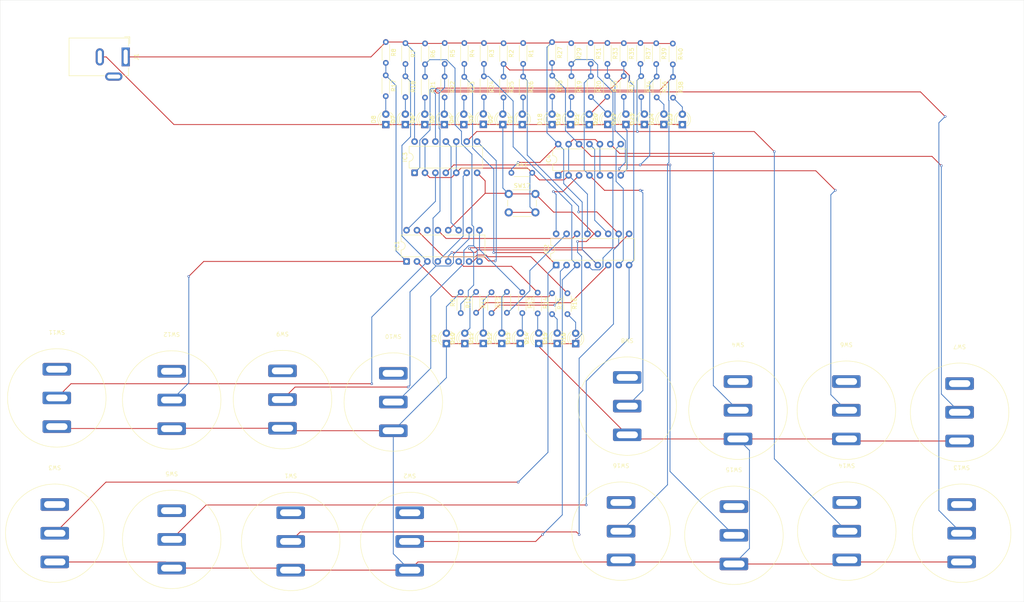
<source format=kicad_pcb>
(kicad_pcb (version 20241229) (generator "pcbnew") (generator_version "9.0")
  (layers (0 "F.Cu" signal) (2 "B.Cu" signal) (13 "F.Paste" user) (15 "B.Paste" user) (5 "F.SilkS" user "F.Silkscreen") (7 "B.SilkS" user "B.Silkscreen") (1 "F.Mask" user) (3 "B.Mask" user) (25 "Edge.Cuts" user))
  (net 0 "")
  (net 1 "Net-(D1-A)")
  (net 2 "GND")
  (net 3 "Net-(D2-A)")
  (net 4 "Net-(D3-A)")
  (net 5 "Net-(D4-A)")
  (net 6 "Net-(D5-A)")
  (net 7 "Net-(D6-A)")
  (net 8 "Net-(D7-A)")
  (net 9 "Net-(D8-A)")
  (net 10 "Net-(D9-A)")
  (net 11 "Net-(D10-A)")
  (net 12 "Net-(D11-A)")
  (net 13 "Net-(D12-A)")
  (net 14 "Net-(D13-A)")
  (net 15 "Net-(D14-A)")
  (net 16 "Net-(D15-A)")
  (net 17 "Net-(D16-A)")
  (net 18 "Net-(D18-A)")
  (net 19 "Net-(D19-A)")
  (net 20 "Net-(D20-A)")
  (net 21 "Net-(D21-A)")
  (net 22 "Net-(D22-A)")
  (net 23 "Net-(D23-A)")
  (net 24 "Net-(D24-A)")
  (net 25 "Net-(D25-A)")
  (net 26 "Net-(IC1-B3)")
  (net 27 "/A4")
  (net 28 "/VCC")
  (net 29 "Net-(IC1-B4)")
  (net 30 "/A7")
  (net 31 "Net-(IC1-B1)")
  (net 32 "/S7")
  (net 33 "/A5")
  (net 34 "Net-(IC1-B2)")
  (net 35 "/S4")
  (net 36 "Net-(IC1-C0)")
  (net 37 "/A6")
  (net 38 "/S6")
  (net 40 "/S5")
  (net 41 "/A2")
  (net 42 "/S2")
  (net 43 "/SUB")
  (net 44 "/A1")
  (net 45 "Net-(IC2-B4)")
  (net 46 "Net-(IC2-B1)")
  (net 47 "/S1")
  (net 48 "/S3")
  (net 49 "Net-(IC2-B2)")
  (net 50 "Net-(IC2-B3)")
  (net 51 "/S0")
  (net 52 "/A0")
  (net 53 "/A3")
  (net 54 "/B4")
  (net 55 "/B5")
  (net 56 "/B6")
  (net 57 "/B7")
  (net 58 "/B1")
  (net 59 "/B3")
  (net 60 "/B2")
  (net 61 "/B0")
  (footprint "LED_THT:LED_D3.0mm" (layer "F.Cu") (at 168.7552 46.8321 90)
    (property "Reference" "D22")
    (property "Value" "LED")
  )
  (footprint "LED_THT:LED_D3.0mm" (layer "F.Cu") (at 150.75 46.8534 90)
    (property "Reference" "D18")
    (property "Value" "LED")
  )
  (footprint "Resistor_THT:R_Axial_DIN0204_L3.6mm_D1.6mm_P5.08mm_Horizontal" (layer "F.Cu") (at 150.75 88 -90)
    (property "Reference" "R15")
    (property "Value" "1k")
  )
  (footprint "LED_THT:LED_D3.0mm" (layer "F.Cu") (at 164.3275 46.8197 90)
    (property "Reference" "D20")
    (property "Value" "LED")
  )
  (footprint "LED_THT:LED_D3.0mm" (layer "F.Cu") (at 182.5052 46.8721 90)
    (property "Reference" "D25")
    (property "Value" "LED")
  )
  (footprint "LED_THT:LED_D3.0mm" (layer "F.Cu") (at 178.0052 46.8321 90)
    (property "Reference" "D24")
    (property "Value" "LED")
  )
  (footprint "Connector_BarrelJack:BarrelJack_GCT_DCJ200-10-A_Horizontal" (layer "F.Cu") (at 46.85 30.35 -90)
    (property "Reference" "J1")
    (property "Value" "Barrel_Jack")
  )
  (footprint "Resistor_THT:R_Axial_DIN0204_L3.6mm_D1.6mm_P5.08mm_Horizontal" (layer "F.Cu") (at 180.2303 35.2228 -90)
    (property "Reference" "R38")
    (property "Value" "1k")
  )
  (footprint "Resistor_THT:R_Axial_DIN0204_L3.6mm_D1.6mm_P5.08mm_Horizontal" (layer "F.Cu") (at 129.3552 35.2134 -90)
    (property "Reference" "R23")
    (property "Value" "1k")
  )
  (footprint "Resistor_THT:R_Axial_DIN0204_L3.6mm_D1.6mm_P5.08mm_Horizontal" (layer "F.Cu") (at 143.5 87.75 -90)
    (property "Reference" "R13")
    (property "Value" "1k")
  )
  (footprint "LED_THT:LED_D3.0mm" (layer "F.Cu") (at 147.5 100.25 90)
    (property "Reference" "D14")
    (property "Value" "LED")
  )
  (footprint "Resistor_THT:R_Axial_DIN0204_L3.6mm_D1.6mm_P5.08mm_Horizontal" (layer "F.Cu") (at 143.7183 26.9736 -90)
    (property "Reference" "R1")
    (property "Value" "1k")
  )
  (footprint "my footprtn:LED SWITCH3pin" (layer "F.Cu") (at 196.0666 116.5244 180)
    (property "Reference" "SW4")
    (property "Value" "SW_SPDT")
  )
  (footprint "Package_DIP:DIP-14_W7.62mm" (layer "F.Cu") (at 117.25 58.62 90)
    (property "Reference" "IC3")
    (property "Value" "7486")
  )
  (footprint "LED_THT:LED_D3.0mm" (layer "F.Cu") (at 173.2552 46.8321 90)
    (property "Reference" "D23")
    (property "Value" "LED")
  )
  (footprint "LED_THT:LED_D3.0mm" (layer "F.Cu") (at 138.5 100.25 90)
    (property "Reference" "D12")
    (property "Value" "LED")
  )
  (footprint "Resistor_THT:R_Axial_DIN0204_L3.6mm_D1.6mm_P5.08mm_Horizontal" (layer "F.Cu") (at 138.9191 35.1734 -90)
    (property "Reference" "R25")
    (property "Value" "1k")
  )
  (footprint "Resistor_THT:R_Axial_DIN0204_L3.6mm_D1.6mm_P5.08mm_Horizontal" (layer "F.Cu") (at 176.1341 27.0146 -90)
    (property "Reference" "R39")
    (property "Value" "1k")
  )
  (footprint "LED_THT:LED_D3.0mm" (layer "F.Cu") (at 134.0042 46.8021 90)
    (property "Reference" "D3")
    (property "Value" "LED")
  )
  (footprint "Resistor_THT:R_Axial_DIN0204_L3.6mm_D1.6mm_P5.08mm_Horizontal" (layer "F.Cu") (at 138.9364 27.0136 -90)
    (property "Reference" "R2")
    (property "Value" "1k")
  )
  (footprint "my footprtn:LED SWITCH3pin" (layer "F.Cu") (at 222.4666 116.5244 180)
    (property "Reference" "SW6")
    (property "Value" "SW_SPDT")
  )
  (footprint "LED_THT:LED_D3.0mm" (layer "F.Cu") (at 138.7547 46.8405 90)
    (property "Reference" "D2")
    (property "Value" "LED")
  )
  (footprint "Resistor_THT:R_Axial_DIN0204_L3.6mm_D1.6mm_P5.08mm_Horizontal" (layer "F.Cu") (at 139.75 92.75 90)
    (property "Reference" "R12")
    (property "Value" "1k")
  )
  (footprint "my footprtn:LED SWITCH3pin" (layer "F.Cu") (at 250.0666 117.0244 180)
    (property "Reference" "SW7")
    (property "Value" "SW_SPDT")
  )
  (footprint "LED_THT:LED_D3.0mm" (layer "F.Cu") (at 143 100.25 90)
    (property "Reference" "D13")
    (property "Value" "LED")
  )
  (footprint "my footprtn:LED SWITCH3pin" (layer "F.Cu") (at 112.0666 114.5244 180)
    (property "Reference" "SW10")
    (property "Value" "SW_SPDT")
  )
  (footprint "Resistor_THT:R_Axial_DIN0204_L3.6mm_D1.6mm_P5.08mm_Horizontal" (layer "F.Cu") (at 124.5732 35.1334 -90)
    (property "Reference" "R22")
    (property "Value" "1k")
  )
  (footprint "my footprtn:LED SWITCH3pin" (layer "F.Cu") (at 29.5666 146.5244 180)
    (property "Reference" "SW3")
    (property "Value" "SW_SPDT")
  )
  (footprint "Resistor_THT:R_Axial_DIN0204_L3.6mm_D1.6mm_P5.08mm_Horizontal" (layer "F.Cu") (at 134.1371 35.0934 -90)
    (property "Reference" "R24")
    (property "Value" "1k")
  )
  (footprint "Resistor_THT:R_Axial_DIN0204_L3.6mm_D1.6mm_P5.08mm_Horizontal" (layer "F.Cu") (at 155.4803 35.0528 -90)
    (property "Reference" "R19")
    (property "Value" "1k")
  )
  (footprint "Resistor_THT:R_Axial_DIN0204_L3.6mm_D1.6mm_P5.08mm_Horizontal" (layer "F.Cu") (at 115.0266 27 -90)
    (property "Reference" "R7")
    (property "Value" "1k")
  )
  (footprint "my footprtn:LED SWITCH3pin" (layer "F.Cu") (at 85.0666 113.9244 180)
    (property "Reference" "SW9")
    (property "Value" "SW_SPDT")
  )
  (footprint "my footprtn:LED SWITCH3pin" (layer "F.Cu") (at 167.5666 146.0244 180)
    (property "Reference" "SW16")
    (property "Value" "SW_SPDT")
  )
  (footprint "LED_THT:LED_D3.0mm" (layer "F.Cu") (at 155.25 46.8534 90)
    (property "Reference" "D19")
    (property "Value" "LED")
  )
  (footprint "Resistor_THT:R_Axial_DIN0204_L3.6mm_D1.6mm_P5.08mm_Horizontal" (layer "F.Cu") (at 168.2303 35.0119 -90)
    (property "Reference" "R32")
    (property "Value" "1k")
  )
  (footprint "LED_THT:LED_D3.0mm" (layer "F.Cu") (at 156.5 100.29 90)
    (property "Reference" "D16")
    (property "Value" "LED")
  )
  (footprint "Resistor_THT:R_Axial_DIN0204_L3.6mm_D1.6mm_P5.08mm_Horizontal" (layer "F.Cu") (at 160.2303 35.0528 -90)
    (property "Reference" "R20")
    (property "Value" "1k")
  )
  (footprint "my footprtn:LED SWITCH3pin" (layer "F.Cu") (at 87.0666 148.5244 180)
    (property "Reference" "SW1")
    (property "Value" "SW_SPDT")
  )
  (footprint "my footprtn:LED SWITCH3pin" (layer "F.Cu") (at 195.0666 147.0244 180)
    (property "Reference" "SW15")
    (property "Value" "SW_SPDT")
  )
  (footprint "LED_THT:LED_D3.0mm" (layer "F.Cu") (at 143.5051 46.8534 90)
    (property "Reference" "D1")
    (property "Value" "LED")
  )
  (footprint "LED_THT:LED_D3.0mm" (layer "F.Cu") (at 125 100.27 90)
    (property "Reference" "D9")
    (property "Value" "LED")
  )
  (footprint "LED_THT:LED_D3.0mm" (layer "F.Cu") (at 129.2538 46.8534 90)
    (property "Reference" "D4")
    (property "Value" "LED")
  )
  (footprint "Button_Switch_THT:SW_PUSH_6mm" (layer "F.Cu") (at 140.19 63.77)
    (property "Reference" "SW17")
    (property "Value" "SW_Push")
  )
  (footprint "Resistor_THT:R_Axial_DIN0204_L3.6mm_D1.6mm_P5.08mm_Horizontal" (layer "F.Cu") (at 154.5 88 -90)
    (property "Reference" "R16")
    (property "Value" "1k")
  )
  (footprint "Package_DIP:DIP-16_W7.62mm" (layer "F.Cu") (at 151.75 81.12 90)
    (property "Reference" "IC2")
    (property "Value" "7483")
  )
  (footprint "Resistor_THT:R_Axial_DIN0204_L3.6mm_D1.6mm_P5.08mm_Horizontal" (layer "F.Cu") (at 176.2487 35.1386 -90)
    (property "Reference" "R36")
    (property "Value" "1k")
  )
  (footprint "Resistor_THT:R_Axial_DIN0204_L3.6mm_D1.6mm_P5.08mm_Horizontal" (layer "F.Cu") (at 164.203 35.0119 -90)
    (property "Reference" "R30")
    (property "Value" "1k")
  )
  (footprint "Resistor_THT:R_Axial_DIN0204_L3.6mm_D1.6mm_P5.08mm_Horizontal" (layer "F.Cu") (at 164.2421 26.9572 -90)
    (property "Reference" "R33")
    (property "Value" "1k")
  )
  (footprint "Resistor_THT:R_Axial_DIN0204_L3.6mm_D1.6mm_P5.08mm_Horizontal" (layer "F.Cu") (at 110.2447 26.7263 -90)
    (property "Reference" "R8")
    (property "Value" "1k")
  )
  (footprint "Resistor_THT:R_Axial_DIN0204_L3.6mm_D1.6mm_P5.08mm_Horizontal" (layer "F.Cu") (at 160.1789 26.9627 -90)
    (property "Reference" "R31")
    (property "Value" "1k")
  )
  (footprint "Resistor_THT:R_Axial_DIN0204_L3.6mm_D1.6mm_P5.08mm_Horizontal" (layer "F.Cu") (at 128.5 92.83 90)
    (property "Reference" "R9")
    (property "Value" "1k")
  )
  (footprint "LED_THT:LED_D3.0mm" (layer "F.Cu") (at 115.0024 46.8534 90)
    (property "Reference" "D7")
    (property "Value" "LED")
  )
  (footprint "my footprtn:LED SWITCH3pin" (layer "F.Cu") (at 250.5666 146.5244 180)
    (property "Reference" "SW13")
    (property "Value" "SW_SPDT")
  )
  (footprint "Resistor_THT:R_Axial_DIN0204_L3.6mm_D1.6mm_P5.08mm_Horizontal" (layer "F.Cu") (at 119.8086 27.0661 -90)
    (property "Reference" "R6")
    (property "Value" "1k")
  )
  (footprint "Resistor_THT:R_Axial_DIN0204_L3.6mm_D1.6mm_P5.08mm_Horizontal" (layer "F.Cu") (at 136 92.83 90)
    (property "Reference" "R11")
    (property "Value" "1k")
  )
  (footprint "Resistor_THT:R_Axial_DIN0204_L3.6mm_D1.6mm_P5.08mm_Horizontal" (layer "F.Cu") (at 143.701 35.1334 -90)
    (property "Reference" "R26")
    (property "Value" "1k")
  )
  (footprint "my footprtn:LED SWITCH3pin" (layer "F.Cu") (at 58.0666 114.0244 180)
    (property "Reference" "SW12")
    (property "Value" "SW_SPDT")
  )
  (footprint "LED_THT:LED_D3.0mm" (layer "F.Cu") (at 119.7529 46.8534 90)
    (property "Reference" "D6")
    (property "Value" "LED")
  )
  (footprint "Resistor_THT:R_Axial_DIN0204_L3.6mm_D1.6mm_P5.08mm_Horizontal" (layer "F.Cu") (at 119.7913 35.1859 -90)
    (property "Reference" "R21")
    (property "Value" "1k")
  )
  (footprint "Resistor_THT:R_Axial_DIN0204_L3.6mm_D1.6mm_P5.08mm_Horizontal" (layer "F.Cu") (at 115.0093 35.0798 -90)
    (property "Reference" "R18")
    (property "Value" "1k")
  )
  (footprint "Resistor_THT:R_Axial_DIN0204_L3.6mm_D1.6mm_P5.08mm_Horizontal" (layer "F.Cu") (at 168.2358 26.9993 -90)
    (property "Reference" "R35")
    (property "Value" "1k")
  )
  (footprint "my footprtn:LED SWITCH3pin" (layer "F.Cu") (at 30.0666 113.5244 180)
    (property "Reference" "SW11")
    (property "Value" "SW_SPDT")
  )
  (footprint "Resistor_THT:R_Axial_DIN0204_L3.6mm_D1.6mm_P5.08mm_Horizontal" (layer "F.Cu") (at 124.5905 26.9736 -90)
    (property "Reference" "R5")
    (property "Value" "1k")
  )
  (footprint "Resistor_THT:R_Axial_DIN0204_L3.6mm_D1.6mm_P5.08mm_Horizontal" (layer "F.Cu") (at 134.1544 26.9736 -90)
    (property "Reference" "R3")
    (property "Value" "1k")
  )
  (footprint "LED_THT:LED_D3.0mm" (layer "F.Cu") (at 129.5 100.27 90)
    (property "Reference" "D10")
    (property "Value" "LED")
  )
  (footprint "Resistor_THT:R_Axial_DIN0204_L3.6mm_D1.6mm_P5.08mm_Horizontal" (layer "F.Cu") (at 180.1789 27.0927 -90)
    (property "Reference" "R40")
    (property "Value" "1k")
  )
  (footprint "my footprtn:LED SWITCH3pin" (layer "F.Cu") (at 116.0666 148.5244 180)
    (property "Reference" "SW2")
    (property "Value" "SW_SPDT")
  )
  (footprint "Resistor_THT:R_Axial_DIN0204_L3.6mm_D1.6mm_P5.08mm_Horizontal" (layer "F.Cu") (at 140.84 58.62)
    (property "Reference" "R41")
    (property "Value" "R")
  )
  (footprint "my footprtn:LED SWITCH3pin" (layer "F.Cu") (at 169.0666 115.5244 180)
    (property "Reference" "SW8")
    (property "Value" "SW_SPDT")
  )
  (footprint "Package_DIP:DIP-14_W7.62mm" (layer "F.Cu") (at 152.25 59.24 90)
    (property "Reference" "IC4")
    (property "Value" "7486")
  )
  (footprint "Resistor_THT:R_Axial_DIN0204_L3.6mm_D1.6mm_P5.08mm_Horizontal" (layer "F.Cu") (at 150.75 26.75 -90)
    (property "Reference" "R27")
    (property "Value" "1k")
  )
  (footprint "Resistor_THT:R_Axial_DIN0204_L3.6mm_D1.6mm_P5.08mm_Horizontal" (layer "F.Cu") (at 172.2956 26.9708 -90)
    (property "Reference" "R37")
    (property "Value" "1k")
  )
  (footprint "LED_THT:LED_D3.0mm" (layer "F.Cu") (at 110.252 46.8534 90)
    (property "Reference" "D8")
    (property "Value" "LED")
  )
  (footprint "Resistor_THT:R_Axial_DIN0204_L3.6mm_D1.6mm_P5.08mm_Horizontal" (layer "F.Cu") (at 172.4803 35.0528 -90)
    (property "Reference" "R34")
    (property "Value" "1k")
  )
  (footprint "LED_THT:LED_D3.0mm" (layer "F.Cu") (at 134 100.25 90)
    (property "Reference" "D11")
    (property "Value" "LED")
  )
  (footprint "my footprtn:LED SWITCH3pin" (layer "F.Cu") (at 58.0666 148.0244 180)
    (property "Reference" "SW5")
    (property "Value" "SW_SPDT")
  )
  (footprint "LED_THT:LED_D3.0mm" (layer "F.Cu") (at 124.5033 46.8534 90)
    (property "Reference" "D5")
    (property "Value" "LED")
  )
  (footprint "Resistor_THT:R_Axial_DIN0204_L3.6mm_D1.6mm_P5.08mm_Horizontal" (layer "F.Cu") (at 132.25 92.75 90)
    (property "Reference" "R10")
    (property "Value" "1k")
  )
  (footprint "Package_DIP:DIP-16_W7.62mm" (layer "F.Cu") (at 115.29 80.24 90)
    (property "Reference" "IC1")
    (property "Value" "7483")
  )
  (footprint "Resistor_THT:R_Axial_DIN0204_L3.6mm_D1.6mm_P5.08mm_Horizontal" (layer "F.Cu") (at 155.4289 27.0027 -90)
    (property "Reference" "R29")
    (property "Value" "1k")
  )
  (footprint "LED_THT:LED_D3.0mm" (layer "F.Cu") (at 159.7947 46.8737 90)
    (property "Reference" "D21")
    (property "Value" "LED")
  )
  (footprint "Resistor_THT:R_Axial_DIN0204_L3.6mm_D1.6mm_P5.08mm_Horizontal" (layer "F.Cu") (at 110.2273 34.8461 -90)
    (property "Reference" "R17")
    (property "Value" "1k")
  )
  (footprint "Resistor_THT:R_Axial_DIN0204_L3.6mm_D1.6mm_P5.08mm_Horizontal" (layer "F.Cu") (at 150.8013 34.9422 -90)
    (property "Reference" "R28")
    (property "Value" "1k")
  )
  (footprint "Resistor_THT:R_Axial_DIN0204_L3.6mm_D1.6mm_P5.08mm_Horizontal" (layer "F.Cu") (at 129.3725 26.9736 -90)
    (property "Reference" "R4")
    (property "Value" "1k")
  )
  (footprint "LED_THT:LED_D3.0mm" (layer "F.Cu") (at 152 100.25 90)
    (property "Reference" "D15")
    (property "Value" "LED")
  )
  (footprint "Resistor_THT:R_Axial_DIN0204_L3.6mm_D1.6mm_P5.08mm_Horizontal" (layer "F.Cu") (at 147.25 87.83 -90)
    (property "Reference" "R14")
    (property "Value" "1k")
  )
  (footprint "my footprtn:LED SWITCH3pin" (layer "F.Cu") (at 222.5666 146.0244 180)
    (property "Reference" "SW14")
    (property "Value" "SW_SPDT")
  )
  (gr_rect (start 16.25 16.5) (end 265.75 163.25) (stroke (width 0.05)) (fill no) (layer "Edge.Cuts"))
  (segment (start 143.701 44.1175) (end 143.701 40.2134) (width 0.2) (layer "B.Cu") (net 1))
  (segment (start 143.5051 44.3134) (end 143.701 44.1175) (width 0.2) (layer "B.Cu") (net 1))
  (segment (start 134.0042 46.8021) (end 130.5068 46.8021) (width 0.2) (layer "F.Cu") (net 2))
  (segment (start 118.0666 153.5244) (end 116.0666 155.5244) (width 0.2) (layer "F.Cu") (net 2))
  (segment (start 134.6051 46.8021) (end 135.2059 46.8021) (width 0.2) (layer "F.Cu") (net 2))
  (segment (start 29.5666 153.5244) (end 56.5666 153.5244) (width 0.2) (layer "F.Cu") (net 2))
  (segment (start 167.5666 153.5244) (end 194.5666 153.5244) (width 0.2) (layer "F.Cu") (net 2))
  (segment (start 151.1333 68.2133) (end 155.7264 68.2133) (width 0.2) (layer "F.Cu") (net 2))
  (segment (start 156.5 100.29) (end 153.2417 100.29) (width 0.2) (layer "F.Cu") (net 2))
  (segment (start 250.5666 153.5244) (end 223.0666 153.5244) (width 0.2) (layer "F.Cu") (net 2))
  (segment (start 30.5166 120.9744) (end 30.0666 120.5244) (width 0.2) (layer "F.Cu") (net 2))
  (segment (start 56.5666 153.5244) (end 58.0666 155.0244) (width 0.2) (layer "F.Cu") (net 2))
  (segment (start 138.7547 46.8405) (end 135.2443 46.8405) (width 0.2) (layer "F.Cu") (net 2))
  (segment (start 178.0052 46.8321) (end 181.2635 46.8321) (width 0.2) (layer "F.Cu") (net 2))
  (segment (start 161.7172 73.5) (end 161.7723 73.5) (width 0.2) (layer "F.Cu") (net 2))
  (segment (start 155.25 46.8534) (end 156.4517 46.8534) (width 0.2) (layer "F.Cu") (net 2))
  (segment (start 167.5666 153.5244) (end 118.0666 153.5244) (width 0.2) (layer "F.Cu") (net 2))
  (segment (start 140.19 63.77) (end 146.69 63.77) (width 0.2) (layer "F.Cu") (net 2))
  (segment (start 125 100.27) (end 129.5 100.27) (width 0.2) (layer "F.Cu") (net 2))
  (segment (start 161.7723 73.5) (end 161.8136 73.5) (width 0.2) (layer "F.Cu") (net 2))
  (segment (start 163.1258 46.8197) (end 163.0718 46.8737) (width 0.2) (layer "F.Cu") (net 2))
  (segment (start 134.454 63.616) (end 140.036 63.616) (width 0.2) (layer "F.Cu") (net 2))
  (segment (start 169.0666 122.5244) (end 147.5 100.9578) (width 0.2) (layer "F.Cu") (net 2))
  (segment (start 143.5051 46.8534) (end 139.9693 46.8534) (width 0.2) (layer "F.Cu") (net 2))
  (segment (start 182.5052 46.8721) (end 181.3035 46.8721) (width 0.2) (layer "F.Cu") (net 2))
  (segment (start 40.55 30.35) (end 42.1067 30.35) (width 0.2) (layer "F.Cu") (net 2))
  (segment (start 129.2538 46.8534) (end 124.5033 46.8534) (width 0.2) (layer "F.Cu") (net 2))
  (segment (start 168.7552 46.8321) (end 169.9569 46.8321) (width 0.2) (layer "F.Cu") (net 2))
  (segment (start 165.5416 46.8321) (end 165.5292 46.8197) (width 0.2) (layer "F.Cu") (net 2))
  (segment (start 58.0666 120.9744) (end 30.5166 120.9744) (width 0.2) (layer "F.Cu") (net 2))
  (segment (start 161.7172 73.5) (end 161.3652 73.852) (width 0.2) (layer "F.Cu") (net 2))
  (segment (start 161.8136 73.5) (end 161.91 73.5) (width 0.2) (layer "F.Cu") (net 2))
  (segment (start 125.45 72.62) (end 134.454 63.616) (width 0.2) (layer "F.Cu") (net 2))
  (segment (start 167.5666 153.0244) (end 167.5666 153.5244) (width 0.2) (layer "F.Cu") (net 2))
  (segment (start 170.0666 123.5244) (end 169.0666 122.5244) (width 0.2) (layer "F.Cu") (net 2))
  (segment (start 223.0666 153.5244) (end 222.5666 153.0244) (width 0.2) (layer "F.Cu") (net 2))
  (segment (start 164.3275 46.8197) (end 165.5292 46.8197) (width 0.2) (layer "F.Cu") (net 2))
  (segment (start 161.0067 73.4935) (end 159.1226 75.3776) (width 0.2) (layer "F.Cu") (net 2))
  (segment (start 221.5666 154.0244) (end 222.5666 153.0244) (width 0.2) (layer "F.Cu") (net 2))
  (segment (start 161.0067 73.4935) (end 161.3652 73.852) (width 0.2) (layer "F.Cu") (net 2))
  (segment (start 139.3556 46.8405) (end 138.7547 46.8405) (width 0.2) (layer "F.Cu") (net 2))
  (segment (start 140.036 63.616) (end 140.19 63.77) (width 0.2) (layer "F.Cu") (net 2))
  (segment (start 119.7529 46.8534) (end 115.0024 46.8534) (width 0.2) (layer "F.Cu") (net 2))
  (segment (start 85.6666 121.5244) (end 85.0666 120.9244) (width 0.2) (layer "F.Cu") (net 2))
  (segment (start 173.2552 46.8321) (end 178.0052 46.8321) (width 0.2) (layer "F.Cu") (net 2))
  (segment (start 134.6051 46.8021) (end 134.0042 46.8021) (width 0.2) (layer "F.Cu") (net 2))
  (segment (start 172.0535 46.8321) (end 169.9569 46.8321) (width 0.2) (layer "F.Cu") (net 2))
  (segment (start 129.2538 46.8534) (end 130.4555 46.8534) (width 0.2) (layer "F.Cu") (net 2))
  (segment (start 168.7552 46.8321) (end 165.5416 46.8321) (width 0.2) (layer "F.Cu") (net 2))
  (segment (start 153.2417 100.29) (end 153.2017 100.25) (width 0.2) (layer "F.Cu") (net 2))
  (segment (start 58.0666 120.9744) (end 58.0666 121.0244) (width 0.2) (layer "F.Cu") (net 2))
  (segment (start 129.5 100.27) (end 132.7783 100.27) (width 0.2) (layer "F.Cu") (net 2))
  (segment (start 163.0718 46.8737) (end 159.7947 46.8737) (width 0.2) (layer "F.Cu") (net 2))
  (segment (start 139.3556 46.8405) (end 139.9564 46.8405) (width 0.2) (layer "F.Cu") (net 2))
  (segment (start 146.69 63.77) (end 151.1333 68.2133) (width 0.2) (layer "F.Cu") (net 2))
  (segment (start 85.0666 120.9244) (end 58.1166 120.9244) (width 0.2) (layer "F.Cu") (net 2))
  (segment (start 58.0666 155.0244) (end 86.5666 155.0244) (width 0.2) (layer "F.Cu") (net 2))
  (segment (start 152 100.25) (end 147.5 100.25) (width 0.2) (layer "F.Cu") (net 2))
  (segment (start 155.25 46.8534) (end 150.75 46.8534) (width 0.2) (layer "F.Cu") (net 2))
  (segment (start 134 100.25) (end 138.5 100.25) (width 0.2) (layer "F.Cu") (net 2))
  (segment (start 164.3275 46.8197) (end 163.1258 46.8197) (width 0.2) (layer "F.Cu") (net 2))
  (segment (start 147.5 100.9578) (end 147.5 100.25) (width 0.2) (layer "F.Cu") (net 2))
  (segment (start 196.0666 123.5244) (end 170.0666 123.5244) (width 0.2) (layer "F.Cu") (net 2))
  (segment (start 181.2635 46.8321) (end 181.3035 46.8721) (width 0.2) (layer "F.Cu") (net 2))
  (segment (start 58.6101 46.8534) (end 110.252 46.8534) (width 0.2) (layer "F.Cu") (net 2))
  (segment (start 112.0666 121.5244) (end 85.6666 121.5244) (width 0.2) (layer "F.Cu") (net 2))
  (segment (start 152 100.25) (end 153.2017 100.25) (width 0.2) (layer "F.Cu") (net 2))
  (segment (start 132.7783 100.27) (end 132.7983 100.25) (width 0.2) (layer "F.Cu") (net 2))
  (segment (start 139.9693 46.8534) (end 139.9564 46.8405) (width 0.2) (layer "F.Cu") (net 2))
  (segment (start 222.9666 124.0244) (end 222.4666 123.5244) (width 0.2) (layer "F.Cu") (net 2))
  (segment (start 222.4666 123.5244) (end 196.0666 123.5244) (width 0.2) (layer "F.Cu") (net 2))
  (segment (start 159.1226 75.3776) (end 156.9715 75.3776) (width 0.2) (layer "F.Cu") (net 2))
  (segment (start 58.1166 120.9244) (end 58.0666 120.9744) (width 0.2) (layer "F.Cu") (net 2))
  (segment (start 138.5 100.25) (end 143 100.25) (width 0.2) (layer "F.Cu") (net 2))
  (segment (start 150.75 46.8534) (end 143.5051 46.8534) (width 0.2) (layer "F.Cu") (net 2))
  (segment (start 195.0666 154.0244) (end 221.5666 154.0244) (width 0.2) (layer "F.Cu") (net 2))
  (segment (start 130.5068 46.8021) (end 130.4555 46.8534) (width 0.2) (layer "F.Cu") (net 2))
  (segment (start 135.2443 46.8405) (end 135.2059 46.8021) (width 0.2) (layer "F.Cu") (net 2))
  (segment (start 159.7947 46.8737) (end 156.472 46.8737) (width 0.2) (layer "F.Cu") (net 2))
  (segment (start 156.472 46.8737) (end 156.4517 46.8534) (width 0.2) (layer "F.Cu") (net 2))
  (segment (start 86.5666 155.0244) (end 87.0666 155.5244) (width 0.2) (layer "F.Cu") (net 2))
  (segment (start 194.5666 153.5244) (end 195.0666 154.0244) (width 0.2) (layer "F.Cu") (net 2))
  (segment (start 250.0666 124.0244) (end 222.9666 124.0244) (width 0.2) (layer "F.Cu") (net 2))
  (segment (start 42.1067 30.35) (end 58.6101 46.8534) (width 0.2) (layer "F.Cu") (net 2))
  (segment (start 134 100.25) (end 132.7983 100.25) (width 0.2) (layer "F.Cu") (net 2))
  (segment (start 124.5033 46.8534) (end 119.7529 46.8534) (width 0.2) (layer "F.Cu") (net 2))
  (segment (start 155.7264 68.2133) (end 161.0067 73.4935) (width 0.2) (layer "F.Cu") (net 2))
  (segment (start 172.6544 46.8321) (end 172.0535 46.8321) (width 0.2) (layer "F.Cu") (net 2))
  (segment (start 110.252 46.8534) (end 115.0024 46.8534) (width 0.2) (layer "F.Cu") (net 2))
  (segment (start 87.0666 155.5244) (end 116.0666 155.5244) (width 0.2) (layer "F.Cu") (net 2))
  (segment (start 132.49 58.62) (end 134.454 60.584) (width 0.2) (layer "F.Cu") (net 2))
  (segment (start 172.6544 46.8321) (end 173.2552 46.8321) (width 0.2) (layer "F.Cu") (net 2))
  (segment (start 134.454 60.584) (end 134.454 63.616) (width 0.2) (layer "F.Cu") (net 2))
  (via (at 156.9715 75.3776) (size 0.6) (drill 0.3) (layers "F.Cu" "B.Cu") (net 2))
  (segment (start 156.9715 78.0263) (end 157.9699 79.0247) (width 0.2) (layer "B.Cu") (net 2))
  (segment (start 156.5 100.29) (end 156.5 99.0883) (width 0.2) (layer "B.Cu") (net 2))
  (segment (start 157.9699 79.0247) (end 157.9699 97.9939) (width 0.2) (layer "B.Cu") (net 2))
  (segment (start 167.49 59.24) (end 169.0392 57.6908) (width 0.2) (layer "B.Cu") (net 2))
  (segment (start 112.0666 151.5244) (end 112.0666 121.5244) (width 0.2) (layer "B.Cu") (net 2))
  (segment (start 198.8469 150.2441) (end 198.8469 126.3047) (width 0.2) (layer "B.Cu") (net 2))
  (segment (start 140.19 63.77) (end 138.7547 62.3347) (width 0.2) (layer "B.Cu") (net 2))
  (segment (start 169.0392 48.3178) (end 168.7552 48.0338) (width 0.2) (layer "B.Cu") (net 2))
  (segment (start 198.8469 126.3047) (end 196.0666 123.5244) (width 0.2) (layer "B.Cu") (net 2))
  (segment (start 112.0666 121.5244) (end 125 108.591) (width 0.2) (layer "B.Cu") (net 2))
  (segment (start 138.7547 62.3347) (end 138.7547 48.0422) (width 0.2) (layer "B.Cu") (net 2))
  (segment (start 168.7552 46.8321) (end 168.7552 48.0338) (width 0.2) (layer "B.Cu") (net 2))
  (segment (start 138.7547 46.8405) (end 138.7547 48.0422) (width 0.2) (layer "B.Cu") (net 2))
  (segment (start 195.0666 154.0244) (end 198.8469 150.2441) (width 0.2) (layer "B.Cu") (net 2))
  (segment (start 125 108.591) (end 125 100.27) (width 0.2) (layer "B.Cu") (net 2))
  (segment (start 116.0666 155.5244) (end 112.0666 151.5244) (width 0.2) (layer "B.Cu") (net 2))
  (segment (start 156.8755 99.0883) (end 156.5 99.0883) (width 0.2) (layer "B.Cu") (net 2))
  (segment (start 156.9715 75.3776) (end 156.9715 78.0263) (width 0.2) (layer "B.Cu") (net 2))
  (segment (start 157.9699 97.9939) (end 156.8755 99.0883) (width 0.2) (layer "B.Cu") (net 2))
  (segment (start 169.0392 57.6908) (end 169.0392 48.3178) (width 0.2) (layer "B.Cu") (net 2))
  (segment (start 138.9191 44.1361) (end 138.9191 40.2534) (width 0.2) (layer "B.Cu") (net 3))
  (segment (start 138.7547 44.3005) (end 138.9191 44.1361) (width 0.2) (layer "B.Cu") (net 3))
  (segment (start 134.1371 44.1292) (end 134.1371 40.1734) (width 0.2) (layer "B.Cu") (net 4))
  (segment (start 134.0042 44.2621) (end 134.1371 44.1292) (width 0.2) (layer "B.Cu") (net 4))
  (segment (start 129.2538 40.3948) (end 129.2538 44.3134) (width 0.2) (layer "B.Cu") (net 5))
  (segment (start 129.3552 40.2934) (end 129.2538 40.3948) (width 0.2) (layer "B.Cu") (net 5))
  (segment (start 124.5033 44.3134) (end 124.5732 44.2435) (width 0.2) (layer "B.Cu") (net 6))
  (segment (start 124.5732 44.2435) (end 124.5732 40.2134) (width 0.2) (layer "B.Cu") (net 6))
  (segment (start 119.7529 40.3043) (end 119.7529 44.3134) (width 0.2) (layer "B.Cu") (net 7))
  (segment (start 119.7913 40.2659) (end 119.7529 40.3043) (width 0.2) (layer "B.Cu") (net 7))
  (segment (start 115.0024 44.3134) (end 115.0093 44.3065) (width 0.2) (layer "B.Cu") (net 8))
  (segment (start 115.0093 44.3065) (end 115.0093 40.1598) (width 0.2) (layer "B.Cu") (net 8))
  (segment (start 110.2273 44.2887) (end 110.2273 39.9261) (width 0.2) (layer "B.Cu") (net 9))
  (segment (start 110.252 44.3134) (end 110.2273 44.2887) (width 0.2) (layer "B.Cu") (net 9))
  (segment (start 125 91.25) (end 128.5 87.75) (width 0.2) (layer "B.Cu") (net 10))
  (segment (start 125 97.73) (end 125 91.25) (width 0.2) (layer "B.Cu") (net 10))
  (segment (start 129.5 97.73) (end 130.7367 96.4933) (width 0.2) (layer "B.Cu") (net 11))
  (segment (start 130.7367 96.4933) (end 130.7367 89.1833) (width 0.2) (layer "B.Cu") (net 11))
  (segment (start 130.7367 89.1833) (end 132.25 87.67) (width 0.2) (layer "B.Cu") (net 11))
  (segment (start 134 89.75) (end 136 87.75) (width 0.2) (layer "B.Cu") (net 12))
  (segment (start 134 97.71) (end 134 89.75) (width 0.2) (layer "B.Cu") (net 12))
  (segment (start 138.5 97.71) (end 138.5 88.92) (width 0.2) (layer "B.Cu") (net 13))
  (segment (start 138.5 88.92) (end 139.75 87.67) (width 0.2) (layer "B.Cu") (net 13))
  (segment (start 143.5 97.21) (end 143.5 92.83) (width 0.2) (layer "B.Cu") (net 14))
  (segment (start 143 97.71) (end 143.5 97.21) (width 0.2) (layer "B.Cu") (net 14))
  (segment (start 147.25 92.91) (end 147.25 97.46) (width 0.2) (layer "B.Cu") (net 15))
  (segment (start 147.25 97.46) (end 147.5 97.71) (width 0.2) (layer "B.Cu") (net 15))
  (segment (start 152 94.33) (end 152 97.71) (width 0.2) (layer "B.Cu") (net 16))
  (segment (start 150.75 93.08) (end 152 94.33) (width 0.2) (layer "B.Cu") (net 16))
  (segment (start 154.5 93.08) (end 156.5 95.08) (width 0.2) (layer "B.Cu") (net 17))
  (segment (start 156.5 95.08) (end 156.5 97.75) (width 0.2) (layer "B.Cu") (net 17))
  (segment (start 150.8013 44.2621) (end 150.8013 40.0222) (width 0.2) (layer "B.Cu") (net 18))
  (segment (start 150.75 44.3134) (end 150.8013 44.2621) (width 0.2) (layer "B.Cu") (net 18))
  (segment (start 155.25 40.3631) (end 155.25 44.3134) (width 0.2) (layer "B.Cu") (net 19))
  (segment (start 155.4803 40.1328) (end 155.25 40.3631) (width 0.2) (layer "B.Cu") (net 19))
  (segment (start 160.2303 40.1328) (end 164.3275 44.23) (width 0.2) (layer "B.Cu") (net 20))
  (segment (start 164.3275 44.23) (end 164.3275 44.2797) (width 0.2) (layer "B.Cu") (net 20))
  (segment (start 159.7947 44.3337) (end 159.9612 44.3337) (width 0.2) (layer "F.Cu") (net 21))
  (segment (start 159.9612 44.3337) (end 164.203 40.0919) (width 0.2) (layer "F.Cu") (net 21))
  (segment (start 168.2303 43.7672) (end 168.2303 40.0919) (width 0.2) (layer "B.Cu") (net 22))
  (segment (start 168.7552 44.2921) (end 168.2303 43.7672) (width 0.2) (layer "B.Cu") (net 22))
  (segment (start 172.4803 40.1328) (end 172.4803 43.5172) (width 0.2) (layer "B.Cu") (net 23))
  (segment (start 172.4803 43.5172) (end 173.2552 44.2921) (width 0.2) (layer "B.Cu") (net 23))
  (segment (start 178.0052 44.2921) (end 178.0052 41.9751) (width 0.2) (layer "B.Cu") (net 24))
  (segment (start 178.0052 41.9751) (end 176.2487 40.2186) (width 0.2) (layer "B.Cu") (net 24))
  (segment (start 182.5052 44.3321) (end 182.5052 42.5777) (width 0.2) (layer "B.Cu") (net 25))
  (segment (start 182.5052 42.5777) (end 180.2303 40.3028) (width 0.2) (layer "B.Cu") (net 25))
  (segment (start 129.0917 59.4783) (end 129.0917 74.0583) (width 0.2) (layer "B.Cu") (net 26))
  (segment (start 129.95 58.62) (end 129.0917 59.4783) (width 0.2) (layer "B.Cu") (net 26))
  (segment (start 129.0917 74.0583) (end 122.91 80.24) (width 0.2) (layer "B.Cu") (net 26))
  (segment (start 88.1247 110.8663) (end 85.0666 113.9244) (width 0.2) (layer "F.Cu") (net 27))
  (segment (start 115.6996 110.8663) (end 88.1247 110.8663) (width 0.2) (layer "F.Cu") (net 27))
  (via (at 115.6996 110.8663) (size 0.6) (drill 0.3) (layers "F.Cu" "B.Cu") (net 27))
  (segment (start 125.9191 81.3445) (end 126.7185 80.5451) (width 0.2) (layer "B.Cu") (net 27))
  (segment (start 121.757 80.6468) (end 121.757 69.6656) (width 0.2) (layer "B.Cu") (net 27))
  (segment (start 123.2475 47.8243) (end 123.2475 39.1364) (width 0.2) (layer "B.Cu") (net 27))
  (segment (start 126.7185 78.5477) (end 130.53 74.7362) (width 0.2) (layer "B.Cu") (net 27))
  (segment (start 123.4429 48.0197) (end 123.2475 47.8243) (width 0.2) (layer "B.Cu") (net 27))
  (segment (start 115.6996 110.8663) (end 116.1352 110.4307) (width 0.2) (layer "B.Cu") (net 27))
  (segment (start 122.4547 81.3445) (end 125.9191 81.3445) (width 0.2) (layer "B.Cu") (net 27))
  (segment (start 123.2475 39.1364) (end 124.5732 37.8107) (width 0.2) (layer "B.Cu") (net 27))
  (segment (start 124.5905 35.1161) (end 124.5732 35.1334) (width 0.2) (layer "B.Cu") (net 27))
  (segment (start 124.5732 37.8107) (end 124.5732 35.1334) (width 0.2) (layer "B.Cu") (net 27))
  (segment (start 121.757 69.6656) (end 123.4429 67.9797) (width 0.2) (layer "B.Cu") (net 27))
  (segment (start 126.7185 80.5451) (end 126.7185 78.5477) (width 0.2) (layer "B.Cu") (net 27))
  (segment (start 124.5905 32.0536) (end 124.5905 35.1161) (width 0.2) (layer "B.Cu") (net 27))
  (segment (start 116.1352 87.664) (end 122.4547 81.3445) (width 0.2) (layer "B.Cu") (net 27))
  (segment (start 116.1352 110.4307) (end 116.1352 87.664) (width 0.2) (layer "B.Cu") (net 27))
  (segment (start 130.53 74.7362) (end 130.53 72.62) (width 0.2) (layer "B.Cu") (net 27))
  (segment (start 122.4547 81.3445) (end 121.757 80.6468) (width 0.2) (layer "B.Cu") (net 27))
  (segment (start 123.4429 67.9797) (end 123.4429 48.0197) (width 0.2) (layer "B.Cu") (net 27))
  (segment (start 155.4689 26.9627) (end 155.4289 27.0027) (width 0.2) (layer "F.Cu") (net 28))
  (segment (start 164.2421 26.9572) (end 164.2366 26.9627) (width 0.2) (layer "F.Cu") (net 28))
  (segment (start 132.0655 78.0361) (end 132.6773 77.4243) (width 0.2) (layer "F.Cu") (net 28))
  (segment (start 180.1789 27.0927) (end 176.2122 27.0927) (width 0.2) (layer "F.Cu") (net 28))
  (segment (start 176.2122 27.0927) (end 176.1341 27.0146) (width 0.2) (layer "F.Cu") (net 28))
  (segment (start 155.1762 26.75) (end 155.4289 27.0027) (width 0.2) (layer "F.Cu") (net 28))
  (segment (start 114.7529 26.7263) (end 115.0266 27) (width 0.2) (layer "F.Cu") (net 28))
  (segment (start 168.1937 26.9572) (end 164.2421 26.9572) (width 0.2) (layer "F.Cu") (net 28))
  (segment (start 134.1544 26.9736) (end 129.3725 26.9736) (width 0.2) (layer "F.Cu") (net 28))
  (segment (start 106.621 30.35) (end 110.2447 26.7263) (width 0.2) (layer "F.Cu") (net 28))
  (segment (start 164.2366 26.9627) (end 160.1789 26.9627) (width 0.2) (layer "F.Cu") (net 28))
  (segment (start 168.2643 26.9708) (end 168.2358 26.9993) (width 0.2) (layer "F.Cu") (net 28))
  (segment (start 126.3792 78.0361) (end 132.0655 78.0361) (width 0.2) (layer "F.Cu") (net 28))
  (segment (start 150.5264 26.9736) (end 150.75 26.75) (width 0.2) (layer "F.Cu") (net 28))
  (segment (start 110.2447 26.7263) (end 114.7529 26.7263) (width 0.2) (layer "F.Cu") (net 28))
  (segment (start 143.6783 27.0136) (end 138.9364 27.0136) (width 0.2) (layer "F.Cu") (net 28))
  (segment (start 158.2143 77.4243) (end 161.91 81.12) (width 0.2) (layer "F.Cu") (net 28))
  (segment (start 176.0903 26.9708) (end 172.2956 26.9708) (width 0.2) (layer "F.Cu") (net 28))
  (segment (start 143.7183 26.9736) (end 143.6783 27.0136) (width 0.2) (layer "F.Cu") (net 28))
  (segment (start 46.85 30.35) (end 106.621 30.35) (width 0.2) (layer "F.Cu") (net 28))
  (segment (start 119.8086 27.0661) (end 124.498 27.0661) (width 0.2) (layer "F.Cu") (net 28))
  (segment (start 176.1341 27.0146) (end 176.0903 26.9708) (width 0.2) (layer "F.Cu") (net 28))
  (segment (start 160.1789 26.9627) (end 155.4689 26.9627) (width 0.2) (layer "F.Cu") (net 28))
  (segment (start 115.0927 27.0661) (end 115.0266 27) (width 0.2) (layer "F.Cu") (net 28))
  (segment (start 119.8086 27.0661) (end 115.0927 27.0661) (width 0.2) (layer "F.Cu") (net 28))
  (segment (start 143.7183 26.9736) (end 150.5264 26.9736) (width 0.2) (layer "F.Cu") (net 28))
  (segment (start 124.498 27.0661) (end 124.5905 26.9736) (width 0.2) (layer "F.Cu") (net 28))
  (segment (start 132.6773 77.4243) (end 158.2143 77.4243) (width 0.2) (layer "F.Cu") (net 28))
  (segment (start 168.2358 26.9993) (end 168.1937 26.9572) (width 0.2) (layer "F.Cu") (net 28))
  (segment (start 142.4898 56.0857) (end 147.7843 56.0857) (width 0.2) (layer "F.Cu") (net 28))
  (segment (start 124.5905 26.9736) (end 129.3725 26.9736) (width 0.2) (layer "F.Cu") (net 28))
  (segment (start 147.7843 56.0857) (end 152.25 51.62) (width 0.2) (layer "F.Cu") (net 28))
  (segment (start 150.75 26.75) (end 155.1762 26.75) (width 0.2) (layer "F.Cu") (net 28))
  (segment (start 134.1944 27.0136) (end 134.1544 26.9736) (width 0.2) (layer "F.Cu") (net 28))
  (segment (start 172.2956 26.9708) (end 168.2643 26.9708) (width 0.2) (layer "F.Cu") (net 28))
  (segment (start 138.9364 27.0136) (end 134.1944 27.0136) (width 0.2) (layer "F.Cu") (net 28))
  (via (at 142.4898 56.0857) (size 0.6) (drill 0.3) (layers "F.Cu" "B.Cu") (net 28))
  (via (at 126.3792 78.0361) (size 0.6) (drill 0.3) (layers "F.Cu" "B.Cu") (net 28))
  (segment (start 140.84 58.62) (end 140.84 57.7355) (width 0.2) (layer "B.Cu") (net 28))
  (segment (start 125.45 80.24) (end 125.45 78.9653) (width 0.2) (layer "B.Cu") (net 28))
  (segment (start 117.25 51) (end 117.25 29.2234) (width 0.2) (layer "B.Cu") (net 28))
  (segment (start 149.5174 27.9826) (end 150.75 26.75) (width 0.2) (layer "B.Cu") (net 28))
  (segment (start 117.25 29.2234) (end 115.0266 27) (width 0.2) (layer "B.Cu") (net 28))
  (segment (start 158.1 77.31) (end 158.1 65.7574) (width 0.2) (layer "B.Cu") (net 28))
  (segment (start 152.25 51.62) (end 149.5174 48.8874) (width 0.2) (layer "B.Cu") (net 28))
  (segment (start 140.84 57.7355) (end 142.4898 56.0857) (width 0.2) (layer "B.Cu") (net 28))
  (segment (start 161.91 81.12) (end 158.1 77.31) (width 0.2) (layer "B.Cu") (net 28))
  (segment (start 158.1 65.7574) (end 153.584 61.2414) (width 0.2) (layer "B.Cu") (net 28))
  (segment (start 153.584 61.2414) (end 153.584 52.954) (width 0.2) (layer "B.Cu") (net 28))
  (segment (start 153.584 52.954) (end 152.25 51.62) (width 0.2) (layer "B.Cu") (net 28))
  (segment (start 125.45 78.9653) (end 126.3792 78.0361) (width 0.2) (layer "B.Cu") (net 28))
  (segment (start 149.5174 48.8874) (end 149.5174 27.9826) (width 0.2) (layer "B.Cu") (net 28))
  (segment (start 122.33 65.58) (end 115.29 72.62) (width 0.2) (layer "B.Cu") (net 29))
  (segment (start 122.33 58.62) (end 122.33 65.58) (width 0.2) (layer "B.Cu") (net 29))
  (segment (start 62.2269 83.8765) (end 65.8634 80.24) (width 0.2) (layer "F.Cu") (net 30))
  (segment (start 65.8634 80.24) (end 115.29 80.24) (width 0.2) (layer "F.Cu") (net 30))
  (via (at 62.2269 83.8765) (size 0.6) (drill 0.3) (layers "F.Cu" "B.Cu") (net 30))
  (segment (start 58.0666 114.0244) (end 62.2269 109.8641) (width 0.2) (layer "B.Cu") (net 30))
  (segment (start 115.29 80.24) (end 112.7352 77.6852) (width 0.2) (layer "B.Cu") (net 30))
  (segment (start 62.2269 109.8641) (end 62.2269 83.8765) (width 0.2) (layer "B.Cu") (net 30))
  (segment (start 112.7352 77.6852) (end 112.7352 37.354) (width 0.2) (layer "B.Cu") (net 30))
  (segment (start 110.2273 34.8461) (end 110.2447 34.8287) (width 0.2) (layer "B.Cu") (net 30))
  (segment (start 112.7352 37.354) (end 110.2273 34.8461) (width 0.2) (layer "B.Cu") (net 30))
  (segment (start 110.2447 34.8287) (end 110.2447 31.8063) (width 0.2) (layer "B.Cu") (net 30))
  (segment (start 126.14 70.77) (end 126.14 52.27) (width 0.2) (layer "B.Cu") (net 31))
  (segment (start 126.14 52.27) (end 124.87 51) (width 0.2) (layer "B.Cu") (net 31))
  (segment (start 127.99 72.62) (end 126.14 70.77) (width 0.2) (layer "B.Cu") (net 31))
  (segment (start 154.5 88) (end 145.5743 79.0743) (width 0.2) (layer "F.Cu") (net 32))
  (segment (start 132.2648 78.908) (end 132.1 79.0728) (width 0.2) (layer "F.Cu") (net 32))
  (segment (start 132.5002 78.6726) (end 132.2648 78.908) (width 0.2) (layer "F.Cu") (net 32))
  (segment (start 145.5743 79.0743) (end 135.0477 79.0743) (width 0.2) (layer "F.Cu") (net 32))
  (segment (start 132.1 79.0728) (end 124.2828 79.0728) (width 0.2) (layer "F.Cu") (net 32))
  (segment (start 134.646 78.6726) (end 132.5002 78.6726) (width 0.2) (layer "F.Cu") (net 32))
  (segment (start 132.2648 78.908) (end 132.1 79.0728) (width 0.2) (layer "F.Cu") (net 32))
  (segment (start 135.0477 79.0743) (end 134.646 78.6726) (width 0.2) (layer "F.Cu") (net 32))
  (segment (start 124.2828 79.0728) (end 117.83 72.62) (width 0.2) (layer "F.Cu") (net 32))
  (segment (start 132.5129 79.6829) (end 133.07 80.24) (width 0.2) (layer "B.Cu") (net 33))
  (segment (start 121.1911 106.2779) (end 121.1911 88.8268) (width 0.2) (layer "B.Cu") (net 33))
  (segment (start 120.9234 31.0313) (end 119.8086 32.1461) (width 0.2) (layer "B.Cu") (net 33))
  (segment (start 112.0666 114.5244) (end 112.9446 114.5244) (width 0.2) (layer "B.Cu") (net 33))
  (segment (start 131.6523 76.4256) (end 131.6523 71.7823) (width 0.2) (layer "B.Cu") (net 33))
  (segment (start 131.22 71.35) (end 131.22 54.07) (width 0.2) (layer "B.Cu") (net 33))
  (segment (start 128.68 51.53) (end 128.68 48.5063) (width 0.2) (layer "B.Cu") (net 33))
  (segment (start 129.26 77.551) (end 130.3854 76.4256) (width 0.2) (layer "B.Cu") (net 33))
  (segment (start 125.0271 31.0313) (end 120.9234 31.0313) (width 0.2) (layer "B.Cu") (net 33))
  (segment (start 131.6523 71.7823) (end 131.22 71.35) (width 0.2) (layer "B.Cu") (net 33))
  (segment (start 119.7913 32.1634) (end 119.8086 32.1461) (width 0.2) (layer "B.Cu") (net 33))
  (segment (start 119.7913 35.1859) (end 119.7913 32.1634) (width 0.2) (layer "B.Cu") (net 33))
  (segment (start 127.1135 46.9398) (end 127.1135 33.1177) (width 0.2) (layer "B.Cu") (net 33))
  (segment (start 131.22 54.07) (end 128.68 51.53) (width 0.2) (layer "B.Cu") (net 33))
  (segment (start 129.26 80.7579) (end 129.26 77.551) (width 0.2) (layer "B.Cu") (net 33))
  (segment (start 128.68 48.5063) (end 127.1135 46.9398) (width 0.2) (layer "B.Cu") (net 33))
  (segment (start 121.1911 88.8268) (end 129.26 80.7579) (width 0.2) (layer "B.Cu") (net 33))
  (segment (start 127.1135 33.1177) (end 125.0271 31.0313) (width 0.2) (layer "B.Cu") (net 33))
  (segment (start 130.3854 76.4256) (end 131.6523 76.4256) (width 0.2) (layer "B.Cu") (net 33))
  (segment (start 131.6523 76.4256) (end 132.5129 77.2862) (width 0.2) (layer "B.Cu") (net 33))
  (segment (start 132.5129 77.2862) (end 132.5129 79.6829) (width 0.2) (layer "B.Cu") (net 33))
  (segment (start 112.9446 114.5244) (end 121.1911 106.2779) (width 0.2) (layer "B.Cu") (net 33))
  (segment (start 132.6665 79.0743) (end 131.5008 80.24) (width 0.2) (layer "F.Cu") (net 34))
  (segment (start 134.2141 79.0743) (end 132.6665 79.0743) (width 0.2) (layer "F.Cu") (net 34))
  (segment (start 135.2504 80.1106) (end 134.2141 79.0743) (width 0.2) (layer "F.Cu") (net 34))
  (segment (start 136.8943 80.1106) (end 135.2504 80.1106) (width 0.2) (layer "F.Cu") (net 34))
  (segment (start 131.5008 80.24) (end 130.53 80.24) (width 0.2) (layer "F.Cu") (net 34))
  (via (at 136.8943 80.1106) (size 0.6) (drill 0.3) (layers "F.Cu" "B.Cu") (net 34))
  (segment (start 137.151 79.8539) (end 136.8943 80.1106) (width 0.2) (layer "B.Cu") (net 34))
  (segment (start 132.49 51) (end 137.151 55.661) (width 0.2) (layer "B.Cu") (net 34))
  (segment (start 137.151 55.661) (end 137.151 79.8539) (width 0.2) (layer "B.Cu") (net 34))
  (segment (start 133.07 77.32) (end 133.07 72.62) (width 0.2) (layer "B.Cu") (net 35))
  (segment (start 143.5 87.75) (end 133.07 77.32) (width 0.2) (layer "B.Cu") (net 35))
  (segment (start 124.9254 74.6354) (end 155.6946 74.6354) (width 0.2) (layer "F.Cu") (net 36))
  (segment (start 122.91 72.62) (end 124.9254 74.6354) (width 0.2) (layer "F.Cu") (net 36))
  (segment (start 155.6946 74.6354) (end 156.83 73.5) (width 0.2) (layer "F.Cu") (net 36))
  (segment (start 33.5233 110.0677) (end 30.0666 113.5244) (width 0.2) (layer "F.Cu") (net 37))
  (segment (start 106.8174 110.0677) (end 33.5233 110.0677) (width 0.2) (layer "F.Cu") (net 37))
  (via (at 106.8174 110.0677) (size 0.6) (drill 0.3) (layers "F.Cu" "B.Cu") (net 37))
  (segment (start 106.8174 93.7926) (end 106.8174 110.0677) (width 0.2) (layer "B.Cu") (net 37))
  (segment (start 116.2783 36.3488) (end 115.0093 35.0798) (width 0.2) (layer "B.Cu") (net 37))
  (segment (start 114.167 51.9354) (end 116.2783 49.8241) (width 0.2) (layer "B.Cu") (net 37))
  (segment (start 120.37 80.24) (end 114.167 74.037) (width 0.2) (layer "B.Cu") (net 37))
  (segment (start 116.2783 49.8241) (end 116.2783 36.3488) (width 0.2) (layer "B.Cu") (net 37))
  (segment (start 115.0266 32.08) (end 115.0093 32.0973) (width 0.2) (layer "B.Cu") (net 37))
  (segment (start 120.37 80.24) (end 106.8174 93.7926) (width 0.2) (layer "B.Cu") (net 37))
  (segment (start 115.0093 32.0973) (end 115.0093 35.0798) (width 0.2) (layer "B.Cu") (net 37))
  (segment (start 114.167 74.037) (end 114.167 51.9354) (width 0.2) (layer "B.Cu") (net 37))
  (segment (start 149.9082 88.8418) (end 150.75 88) (width 0.2) (layer "F.Cu") (net 38))
  (segment (start 126.4318 88.8418) (end 149.9082 88.8418) (width 0.2) (layer "F.Cu") (net 38))
  (segment (start 117.83 80.24) (end 126.4318 88.8418) (width 0.2) (layer "F.Cu") (net 38))
  (segment (start 129.1816 81.4316) (end 127.99 80.24) (width 0.2) (layer "F.Cu") (net 40))
  (segment (start 147.25 87.83) (end 140.8516 81.4316) (width 0.2) (layer "F.Cu") (net 40))
  (segment (start 140.8516 81.4316) (end 129.1816 81.4316) (width 0.2) (layer "F.Cu") (net 40))
  (segment (start 116.0666 148.5244) (end 146.7663 148.5244) (width 0.2) (layer "F.Cu") (net 41))
  (segment (start 146.7663 148.5244) (end 148.4352 146.8555) (width 0.2) (layer "F.Cu") (net 41))
  (via (at 148.4352 146.8555) (size 0.6) (drill 0.3) (layers "F.Cu" "B.Cu") (net 41))
  (segment (start 134.1544 35.0847) (end 135.2452 35.0847) (width 0.2) (layer "B.Cu") (net 41))
  (segment (start 153.2462 142.0445) (end 148.4352 146.8555) (width 0.2) (layer "B.Cu") (net 41))
  (segment (start 156.83 81.12) (end 153.2462 84.7038) (width 0.2) (layer "B.Cu") (net 41))
  (segment (start 141.2726 41.1121) (end 141.2726 52.2813) (width 0.2) (layer "B.Cu") (net 41))
  (segment (start 134.1371 35.0934) (end 134.1458 35.0847) (width 0.2) (layer "B.Cu") (net 41))
  (segment (start 134.1458 35.0847) (end 134.1544 35.0847) (width 0.2) (layer "B.Cu") (net 41))
  (segment (start 141.2726 52.2813) (end 155.56 66.5687) (width 0.2) (layer "B.Cu") (net 41))
  (segment (start 155.56 66.5687) (end 155.56 79.85) (width 0.2) (layer "B.Cu") (net 41))
  (segment (start 134.1544 35.0847) (end 134.1544 32.0536) (width 0.2) (layer "B.Cu") (net 41))
  (segment (start 135.2452 35.0847) (end 141.2726 41.1121) (width 0.2) (layer "B.Cu") (net 41))
  (segment (start 155.56 79.85) (end 156.83 81.12) (width 0.2) (layer "B.Cu") (net 41))
  (segment (start 153.2462 84.7038) (end 153.2462 142.0445) (width 0.2) (layer "B.Cu") (net 41))
  (segment (start 137.948 90.882) (end 151.4079 90.882) (width 0.2) (layer "F.Cu") (net 42))
  (segment (start 136 92.83) (end 137.948 90.882) (width 0.2) (layer "F.Cu") (net 42))
  (via (at 151.4079 90.882) (size 0.6) (drill 0.3) (layers "F.Cu" "B.Cu") (net 42))
  (segment (start 152.7631 82.6469) (end 154.29 81.12) (width 0.2) (layer "B.Cu") (net 42))
  (segment (start 152.7631 89.5268) (end 152.7631 82.6469) (width 0.2) (layer "B.Cu") (net 42))
  (segment (start 151.4079 90.882) (end 152.7631 89.5268) (width 0.2) (layer "B.Cu") (net 42))
  (segment (start 144.7749 57.4749) (end 145.92 58.62) (width 0.2) (layer "F.Cu") (net 43))
  (segment (start 153.6678 60.3622) (end 147.6622 60.3622) (width 0.2) (layer "F.Cu") (net 43))
  (segment (start 154.79 51.62) (end 155.8946 50.5154) (width 0.2) (layer "F.Cu") (net 43))
  (segment (start 154.79 59.24) (end 153.6678 60.3622) (width 0.2) (layer "F.Cu") (net 43))
  (segment (start 155.8946 50.5154) (end 161.3054 50.5154) (width 0.2) (layer "F.Cu") (net 43))
  (segment (start 127.41 58.62) (end 128.5551 57.4749) (width 0.2) (layer "F.Cu") (net 43))
  (segment (start 146.69 68.27) (end 140.19 68.27) (width 0.2) (layer "F.Cu") (net 43))
  (segment (start 126.2543 59.7757) (end 120.9457 59.7757) (width 0.2) (layer "F.Cu") (net 43))
  (segment (start 127.41 58.62) (end 126.2543 59.7757) (width 0.2) (layer "F.Cu") (net 43))
  (segment (start 128.5551 57.4749) (end 144.7749 57.4749) (width 0.2) (layer "F.Cu") (net 43))
  (segment (start 161.3054 50.5154) (end 162.41 51.62) (width 0.2) (layer "F.Cu") (net 43))
  (segment (start 120.9457 59.7757) (end 119.79 58.62) (width 0.2) (layer "F.Cu") (net 43))
  (segment (start 147.6622 60.3622) (end 145.92 58.62) (width 0.2) (layer "F.Cu") (net 43))
  (segment (start 119.79 51) (end 119.79 58.62) (width 0.2) (layer "B.Cu") (net 43))
  (segment (start 162.41 51.62) (end 162.41 59.24) (width 0.2) (layer "B.Cu") (net 43))
  (segment (start 159.37 63.82) (end 154.79 59.24) (width 0.2) (layer "B.Cu") (net 43))
  (segment (start 159.37 73.5) (end 159.37 63.82) (width 0.2) (layer "B.Cu") (net 43))
  (segment (start 146.69 68.27) (end 145.3538 66.9338) (width 0.2) (layer "B.Cu") (net 43))
  (segment (start 154.79 51.62) (end 154.79 59.24) (width 0.2) (layer "B.Cu") (net 43))
  (segment (start 127.41 51) (end 127.41 58.62) (width 0.2) (layer "B.Cu") (net 43))
  (segment (start 145.3538 66.9338) (end 145.3538 59.1862) (width 0.2) (layer "B.Cu") (net 43))
  (segment (start 145.3538 59.1862) (end 145.92 58.62) (width 0.2) (layer "B.Cu") (net 43))
  (segment (start 169.5853 34.8922) (end 169.5853 36.3069) (width 0.2) (layer "F.Cu") (net 44))
  (segment (start 58.0666 148.0244) (end 66.4691 139.6219) (width 0.2) (layer "F.Cu") (net 44))
  (segment (start 169.5853 36.3069) (end 169.5853 34.8922) (width 0.2) (layer "F.Cu") (net 44))
  (segment (start 169.5853 34.8922) (end 169.5853 36.3069) (width 0.2) (layer "F.Cu") (net 44))
  (segment (start 168.2415 33.5484) (end 169.5853 34.8922) (width 0.2) (layer "F.Cu") (net 44))
  (segment (start 66.4691 139.6219) (end 159.0904 139.6219) (width 0.2) (layer "F.Cu") (net 44))
  (segment (start 138.9364 32.0936) (end 140.3912 33.5484) (width 0.2) (layer "F.Cu") (net 44))
  (segment (start 140.3912 33.5484) (end 168.2415 33.5484) (width 0.2) (layer "F.Cu") (net 44))
  (via (at 169.5853 36.3069) (size 0.6) (drill 0.3) (layers "F.Cu" "B.Cu") (net 44))
  (via (at 159.0904 139.6219) (size 0.6) (drill 0.3) (layers "F.Cu" "B.Cu") (net 44))
  (segment (start 170.6559 79.9941) (end 169.53 81.12) (width 0.2) (layer "B.Cu") (net 44))
  (segment (start 138.9364 32.0936) (end 138.9191 32.1109) (width 0.2) (layer "B.Cu") (net 44))
  (segment (start 138.9191 32.1109) (end 138.9191 35.1734) (width 0.2) (layer "B.Cu") (net 44))
  (segment (start 169.5853 36.3069) (end 170.6559 37.3775) (width 0.2) (layer "B.Cu") (net 44))
  (segment (start 170.6559 37.3775) (end 170.6559 79.9941) (width 0.2) (layer "B.Cu") (net 44))
  (segment (start 169.53 98.9577) (end 169.53 81.12) (width 0.2) (layer "B.Cu") (net 44))
  (segment (start 169.5853 34.8922) (end 169.5853 36.3069) (width 0.2) (layer "B.Cu") (net 44))
  (segment (start 169.5853 36.3069) (end 169.5853 34.8922) (width 0.2) (layer "B.Cu") (net 44))
  (segment (start 159.0904 109.3973) (end 169.53 98.9577) (width 0.2) (layer "B.Cu") (net 44))
  (segment (start 159.0904 139.6219) (end 159.0904 109.3973) (width 0.2) (layer "B.Cu") (net 44))
  (segment (start 157.33 59.24) (end 153.354 63.216) (width 0.2) (layer "F.Cu") (net 45))
  (segment (start 153.354 63.216) (end 151.0753 63.216) (width 0.2) (layer "F.Cu") (net 45))
  (via (at 151.0753 63.216) (size 0.6) (drill 0.3) (layers "F.Cu" "B.Cu") (net 45))
  (segment (start 151.75 63.8907) (end 151.75 73.5) (width 0.2) (layer "B.Cu") (net 45))
  (segment (start 151.0753 63.216) (end 151.75 63.8907) (width 0.2) (layer "B.Cu") (net 45))
  (segment (start 164.45 73.5) (end 161.14 70.19) (width 0.2) (layer "B.Cu") (net 46))
  (segment (start 161.14 70.19) (end 161.14 52.89) (width 0.2) (layer "B.Cu") (net 46))
  (segment (start 161.14 52.89) (end 159.87 51.62) (width 0.2) (layer "B.Cu") (net 46))
  (segment (start 134.7197 90.2803) (end 132.25 92.75) (width 0.2) (layer "F.Cu") (net 47))
  (segment (start 164.45 81.12) (end 155.2897 90.2803) (width 0.2) (layer "F.Cu") (net 47))
  (segment (start 155.2897 90.2803) (end 134.7197 90.2803) (width 0.2) (layer "F.Cu") (net 47))
  (segment (start 145.3351 82.4549) (end 145.3351 87.3603) (width 0.2) (layer "B.Cu") (net 48))
  (segment (start 154.29 73.5) (end 145.3351 82.4549) (width 0.2) (layer "B.Cu") (net 48))
  (segment (start 139.9454 92.75) (end 139.75 92.75) (width 0.2) (layer "B.Cu") (net 48))
  (segment (start 145.3351 87.3603) (end 139.9454 92.75) (width 0.2) (layer "B.Cu") (net 48))
  (segment (start 166.99 81.12) (end 168.104 80.006) (width 0.2) (layer "B.Cu") (net 49))
  (segment (start 168.104 62.463) (end 166.3549 60.7139) (width 0.2) (layer "B.Cu") (net 49))
  (segment (start 168.104 80.006) (end 168.104 62.463) (width 0.2) (layer "B.Cu") (net 49))
  (segment (start 166.3549 52.7551) (end 167.49 51.62) (width 0.2) (layer "B.Cu") (net 49))
  (segment (start 166.3549 60.7139) (end 166.3549 52.7551) (width 0.2) (layer "B.Cu") (net 49))
  (segment (start 164.95 59.24) (end 165.5735 59.8635) (width 0.2) (layer "B.Cu") (net 50))
  (segment (start 163.1625 81.4953) (end 162.3869 82.2709) (width 0.2) (layer "B.Cu") (net 50))
  (segment (start 163.1625 79.3741) (end 163.1625 81.4953) (width 0.2) (layer "B.Cu") (net 50))
  (segment (start 165.5735 59.8635) (end 165.5735 76.9631) (width 0.2) (layer "B.Cu") (net 50))
  (segment (start 162.3869 82.2709) (end 160.5209 82.2709) (width 0.2) (layer "B.Cu") (net 50))
  (segment (start 160.5209 82.2709) (end 159.37 81.12) (width 0.2) (layer "B.Cu") (net 50))
  (segment (start 165.5735 76.9631) (end 163.1625 79.3741) (width 0.2) (layer "B.Cu") (net 50))
  (segment (start 166.1222 76.9078) (end 130.7865 76.9078) (width 0.2) (layer "F.Cu") (net 51))
  (segment (start 169.53 73.5) (end 166.1222 76.9078) (width 0.2) (layer "F.Cu") (net 51))
  (segment (start 130.7865 76.9078) (end 130.6202 77.0741) (width 0.2) (layer "F.Cu") (net 51))
  (via (at 130.6202 77.0741) (size 0.6) (drill 0.3) (layers "F.Cu" "B.Cu") (net 51))
  (segment (start 130.3365 88.7502) (end 128.5 90.5867) (width 0.2) (layer "B.Cu") (net 51))
  (segment (start 131.6495 86.015) (end 130.3365 87.328) (width 0.2) (layer "B.Cu") (net 51))
  (segment (start 128.5 90.5867) (end 128.5 92.83) (width 0.2) (layer "B.Cu") (net 51))
  (segment (start 130.6202 77.0741) (end 131.6495 78.1034) (width 0.2) (layer "B.Cu") (net 51))
  (segment (start 131.6495 78.1034) (end 131.6495 86.015) (width 0.2) (layer "B.Cu") (net 51))
  (segment (start 130.3365 87.328) (end 130.3365 88.7502) (width 0.2) (layer "B.Cu") (net 51))
  (segment (start 157.225 68.157) (end 161.647 68.157) (width 0.2) (layer "F.Cu") (net 52))
  (segment (start 89.3947 146.1963) (end 156.6941 146.1963) (width 0.2) (layer "F.Cu") (net 52))
  (segment (start 161.647 68.157) (end 166.99 73.5) (width 0.2) (layer "F.Cu") (net 52))
  (segment (start 87.0666 148.5244) (end 89.3947 146.1963) (width 0.2) (layer "F.Cu") (net 52))
  (segment (start 156.6941 146.1963) (end 157.3533 146.8555) (width 0.2) (layer "F.Cu") (net 52))
  (via (at 157.225 68.157) (size 0.6) (drill 0.3) (layers "F.Cu" "B.Cu") (net 52))
  (via (at 157.3533 146.8555) (size 0.6) (drill 0.3) (layers "F.Cu" "B.Cu") (net 52))
  (segment (start 144.7068 36.1392) (end 144.7068 54.3129) (width 0.2) (layer "B.Cu") (net 52))
  (segment (start 143.7183 35.1161) (end 143.7183 32.0536) (width 0.2) (layer "B.Cu") (net 52))
  (segment (start 166.99 76.1817) (end 166.99 73.5) (width 0.2) (layer "B.Cu") (net 52))
  (segment (start 157.3533 103.8627) (end 165.72 95.496) (width 0.2) (layer "B.Cu") (net 52))
  (segment (start 165.72 95.496) (end 165.72 77.4517) (width 0.2) (layer "B.Cu") (net 52))
  (segment (start 157.225 66.8311) (end 157.225 68.157) (width 0.2) (layer "B.Cu") (net 52))
  (segment (start 143.701 35.1334) (end 143.7183 35.1161) (width 0.2) (layer "B.Cu") (net 52))
  (segment (start 144.7068 54.3129) (end 157.225 66.8311) (width 0.2) (layer "B.Cu") (net 52))
  (segment (start 165.72 77.4517) (end 166.99 76.1817) (width 0.2) (layer "B.Cu") (net 52))
  (segment (start 143.701 35.1334) (end 144.7068 36.1392) (width 0.2) (layer "B.Cu") (net 52))
  (segment (start 157.3533 146.8555) (end 157.3533 103.8627) (width 0.2) (layer "B.Cu") (net 52))
  (segment (start 42.0313 134.0597) (end 142.4898 134.0597) (width 0.2) (layer "F.Cu") (net 53))
  (segment (start 151.75 81.12) (end 148.7034 78.0734) (width 0.2) (layer "F.Cu") (net 53))
  (segment (start 29.5666 146.5244) (end 42.0313 134.0597) (width 0.2) (layer "F.Cu") (net 53))
  (segment (start 148.7034 78.0734) (end 136.5444 78.0734) (width 0.2) (layer "F.Cu") (net 53))
  (via (at 136.5444 78.0734) (size 0.6) (drill 0.3) (layers "F.Cu" "B.Cu") (net 53))
  (via (at 142.4898 134.0597) (size 0.6) (drill 0.3) (layers "F.Cu" "B.Cu") (net 53))
  (segment (start 149.7483 83.1217) (end 151.75 81.12) (width 0.2) (layer "B.Cu") (net 53))
  (segment (start 131.3878 37.246) (end 129.3552 35.2134) (width 0.2) (layer "B.Cu") (net 53))
  (segment (start 129.3552 35.2134) (end 129.3725 35.1961) (width 0.2) (layer "B.Cu") (net 53))
  (segment (start 136.5444 78.0734) (end 136.5444 57.7358) (width 0.2) (layer "B.Cu") (net 53))
  (segment (start 142.4898 134.0597) (end 149.7483 126.8012) (width 0.2) (layer "B.Cu") (net 53))
  (segment (start 131.3878 52.5792) (end 131.3878 37.246) (width 0.2) (layer "B.Cu") (net 53))
  (segment (start 149.7483 126.8012) (end 149.7483 83.1217) (width 0.2) (layer "B.Cu") (net 53))
  (segment (start 136.5444 57.7358) (end 131.3878 52.5792) (width 0.2) (layer "B.Cu") (net 53))
  (segment (start 129.3725 35.1961) (end 129.3725 32.0536) (width 0.2) (layer "B.Cu") (net 53))
  (segment (start 123.5033 38.8806) (end 240.5254 38.8806) (width 0.2) (layer "F.Cu") (net 54))
  (segment (start 122.7086 37.9736) (end 122.356 38.3262) (width 0.2) (layer "F.Cu") (net 54))
  (segment (start 122.356 38.3262) (end 122.356 38.6484) (width 0.2) (layer "F.Cu") (net 54))
  (segment (start 122.356 38.6484) (end 122.356 38.8244) (width 0.2) (layer "F.Cu") (net 54))
  (segment (start 240.5254 38.8806) (end 246.5343 44.8895) (width 0.2) (layer "F.Cu") (net 54))
  (segment (start 122.7086 39.177) (end 123.2069 39.177) (width 0.2) (layer "F.Cu") (net 54))
  (segment (start 123.2069 39.177) (end 123.5033 38.8806) (width 0.2) (layer "F.Cu") (net 54))
  (segment (start 122.356 38.8244) (end 122.7086 39.177) (width 0.2) (layer "F.Cu") (net 54))
  (segment (start 168.2303 35.0119) (end 165.2686 37.9736) (width 0.2) (layer "F.Cu") (net 54))
  (segment (start 165.2686 37.9736) (end 122.7086 37.9736) (width 0.2) (layer "F.Cu") (net 54))
  (segment (start 122.356 38.6484) (end 121.62 38.6484) (width 0.2) (layer "F.Cu") (net 54))
  (via (at 121.62 38.6484) (size 0.6) (drill 0.3) (layers "F.Cu" "B.Cu") (net 54))
  (via (at 246.5343 44.8895) (size 0.6) (drill 0.3) (layers "F.Cu" "B.Cu") (net 54))
  (segment (start 250.5666 146.5244) (end 245.0053 140.9631) (width 0.2) (layer "B.Cu") (net 54))
  (segment (start 122.33 39.3584) (end 121.62 38.6484) (width 0.2) (layer "B.Cu") (net 54))
  (segment (start 245.0053 140.9631) (end 245.0053 46.4185) (width 0.2) (layer "B.Cu") (net 54))
  (segment (start 245.0053 46.4185) (end 246.5343 44.8895) (width 0.2) (layer "B.Cu") (net 54))
  (segment (start 168.2303 35.0119) (end 168.2358 35.0064) (width 0.2) (layer "B.Cu") (net 54))
  (segment (start 122.33 51) (end 122.33 39.3584) (width 0.2) (layer "B.Cu") (net 54))
  (segment (start 168.2358 35.0064) (end 168.2358 32.0793) (width 0.2) (layer "B.Cu") (net 54))
  (segment (start 132.39 48.56) (end 171.5556 48.56) (width 0.2) (layer "F.Cu") (net 55))
  (segment (start 129.95 51) (end 132.39 48.56) (width 0.2) (layer "F.Cu") (net 55))
  (segment (start 200.0253 48.56) (end 204.9165 53.4512) (width 0.2) (layer "F.Cu") (net 55))
  (segment (start 171.5556 48.56) (end 200.0253 48.56) (width 0.2) (layer "F.Cu") (net 55))
  (via (at 204.9165 53.4512) (size 0.6) (drill 0.3) (layers "F.Cu" "B.Cu") (net 55))
  (via (at 171.5556 48.56) (size 0.6) (drill 0.3) (layers "F.Cu" "B.Cu") (net 55))
  (segment (start 172.2956 34.8681) (end 172.2956 32.0508) (width 0.2) (layer "B.Cu") (net 55))
  (segment (start 204.9165 53.4512) (end 204.9165 128.3743) (width 0.2) (layer "B.Cu") (net 55))
  (segment (start 204.9165 128.3743) (end 222.5666 146.0244) (width 0.2) (layer "B.Cu") (net 55))
  (segment (start 172.4803 35.0528) (end 171.4483 36.0848) (width 0.2) (layer "B.Cu") (net 55))
  (segment (start 171.4483 48.4527) (end 171.5556 48.56) (width 0.2) (layer "B.Cu") (net 55))
  (segment (start 171.4483 36.0848) (end 171.4483 48.4527) (width 0.2) (layer "B.Cu") (net 55))
  (segment (start 172.4803 35.0528) (end 172.2956 34.8681) (width 0.2) (layer "B.Cu") (net 55))
  (segment (start 124.87 58.62) (end 126.7915 56.6985) (width 0.2) (layer "F.Cu") (net 56))
  (segment (start 126.7915 56.6985) (end 172.2295 56.6985) (width 0.2) (layer "F.Cu") (net 56))
  (segment (start 179.4893 56.6985) (end 172.2295 56.6985) (width 0.2) (layer "F.Cu") (net 56))
  (via (at 179.4893 56.6985) (size 0.6) (drill 0.3) (layers "F.Cu" "B.Cu") (net 56))
  (via (at 172.2295 56.6985) (size 0.6) (drill 0.3) (layers "F.Cu" "B.Cu") (net 56))
  (segment (start 174.5544 54.3736) (end 174.5544 36.8329) (width 0.2) (layer "B.Cu") (net 56))
  (segment (start 172.2295 56.6985) (end 174.5544 54.3736) (width 0.2) (layer "B.Cu") (net 56))
  (segment (start 179.4893 131.4471) (end 195.0666 147.0244) (width 0.2) (layer "B.Cu") (net 56))
  (segment (start 176.1341 32.0946) (end 176.2487 32.2092) (width 0.2) (layer "B.Cu") (net 56))
  (segment (start 179.4893 56.6985) (end 179.4893 131.4471) (width 0.2) (layer "B.Cu") (net 56))
  (segment (start 176.2487 32.2092) (end 176.2487 35.1386) (width 0.2) (layer "B.Cu") (net 56))
  (segment (start 174.5544 36.8329) (end 176.2487 35.1386) (width 0.2) (layer "B.Cu") (net 56))
  (segment (start 123.0542 38.4788) (end 176.9743 38.4788) (width 0.2) (layer "F.Cu") (net 57))
  (segment (start 176.9743 38.4788) (end 180.2303 35.2228) (width 0.2) (layer "F.Cu") (net 57))
  (segment (start 122.9577 38.5753) (end 123.0542 38.4788) (width 0.2) (layer "F.Cu") (net 57))
  (via (at 122.9577 38.5753) (size 0.6) (drill 0.3) (layers "F.Cu" "B.Cu") (net 57))
  (segment (start 121.3185 38.0466) (end 122.429 38.0466) (width 0.2) (layer "B.Cu") (net 57))
  (segment (start 178.8876 134.7034) (end 167.5666 146.0244) (width 0.2) (layer "B.Cu") (net 57))
  (segment (start 179.2301 41.0069) (end 179.2301 56.1069) (width 0.2) (layer "B.Cu") (net 57))
  (segment (start 118.52 50.6849) (end 121.0182 48.1867) (width 0.2) (layer "B.Cu") (net 57))
  (segment (start 179.1602 40.937) (end 179.2301 41.0069) (width 0.2) (layer "B.Cu") (net 57))
  (segment (start 121.0182 48.1867) (end 121.0182 38.3469) (width 0.2) (layer "B.Cu") (net 57))
  (segment (start 180.1789 32.1727) (end 180.2303 32.2241) (width 0.2) (layer "B.Cu") (net 57))
  (segment (start 179.2301 56.1069) (end 178.8876 56.4494) (width 0.2) (layer "B.Cu") (net 57))
  (segment (start 122.429 38.0466) (end 122.9577 38.5753) (width 0.2) (layer "B.Cu") (net 57))
  (segment (start 179.1602 36.2929) (end 179.1602 40.937) (width 0.2) (layer "B.Cu") (net 57))
  (segment (start 121.0182 38.3469) (end 121.3185 38.0466) (width 0.2) (layer "B.Cu") (net 57))
  (segment (start 118.52 57.35) (end 118.52 50.6849) (width 0.2) (layer "B.Cu") (net 57))
  (segment (start 180.2303 35.2228) (end 179.1602 36.2929) (width 0.2) (layer "B.Cu") (net 57))
  (segment (start 180.2303 32.2241) (end 180.2303 35.2228) (width 0.2) (layer "B.Cu") (net 57))
  (segment (start 178.8876 56.4494) (end 178.8876 134.7034) (width 0.2) (layer "B.Cu") (net 57))
  (segment (start 117.25 58.62) (end 118.52 57.35) (width 0.2) (layer "B.Cu") (net 57))
  (segment (start 167.2165 53.8865) (end 164.95 51.62) (width 0.2) (layer "F.Cu") (net 58))
  (segment (start 190.053 53.8865) (end 167.2165 53.8865) (width 0.2) (layer "F.Cu") (net 58))
  (via (at 190.053 53.8865) (size 0.6) (drill 0.3) (layers "F.Cu" "B.Cu") (net 58))
  (segment (start 160.6072 31.008) (end 156.5036 31.008) (width 0.2) (layer "B.Cu") (net 58))
  (segment (start 161.8689 35.1596) (end 161.8689 32.2697) (width 0.2) (layer "B.Cu") (net 58))
  (segment (start 161.8689 32.2697) (end 160.6072 31.008) (width 0.2) (layer "B.Cu") (net 58))
  (segment (start 155.4289 32.0827) (end 155.4289 35.0014) (width 0.2) (layer "B.Cu") (net 58))
  (segment (start 196.0666 116.5244) (end 190.053 110.5108) (width 0.2) (layer "B.Cu") (net 58))
  (segment (start 165.5917 38.8824) (end 161.8689 35.1596) (width 0.2) (layer "B.Cu") (net 58))
  (segment (start 165.5917 50.9783) (end 165.5917 38.8824) (width 0.2) (layer "B.Cu") (net 58))
  (segment (start 155.4289 35.0014) (end 155.4803 35.0528) (width 0.2) (layer "B.Cu") (net 58))
  (segment (start 190.053 110.5108) (end 190.053 53.8865) (width 0.2) (layer "B.Cu") (net 58))
  (segment (start 164.95 51.62) (end 165.5917 50.9783) (width 0.2) (layer "B.Cu") (net 58))
  (segment (start 156.5036 31.008) (end 155.4289 32.0827) (width 0.2) (layer "B.Cu") (net 58))
  (segment (start 215.0075 58.111) (end 167.1063 58.111) (width 0.2) (layer "F.Cu") (net 59))
  (segment (start 167.1063 57.9163) (end 167.1063 57.5917) (width 0.2) (layer "F.Cu") (net 59))
  (segment (start 167.1063 58.111) (end 167.1063 57.5917) (width 0.2) (layer "F.Cu") (net 59))
  (segment (start 152.25 59.24) (end 153.379 58.111) (width 0.2) (layer "F.Cu") (net 59))
  (segment (start 153.379 58.111) (end 167.1063 58.111) (width 0.2) (layer "F.Cu") (net 59))
  (segment (start 167.1063 57.5917) (end 167.1063 57.9163) (width 0.2) (layer "F.Cu") (net 59))
  (segment (start 219.78 62.8835) (end 215.0075 58.111) (width 0.2) (layer "F.Cu") (net 59))
  (via (at 219.78 62.8835) (size 0.6) (drill 0.3) (layers "F.Cu" "B.Cu") (net 59))
  (via (at 167.1063 57.5917) (size 0.6) (drill 0.3) (layers "F.Cu" "B.Cu") (net 59))
  (segment (start 222.4666 116.5244) (end 218.6782 112.736) (width 0.2) (layer "B.Cu") (net 59))
  (segment (start 167.1063 57.5917) (end 168.6051 56.0929) (width 0.2) (layer "B.Cu") (net 59))
  (segment (start 167.1063 57.9163) (end 167.1063 57.5917) (width 0.2) (layer "B.Cu") (net 59))
  (segment (start 166.0668 36.8757) (end 164.203 35.0119) (width 0.2) (layer "B.Cu") (net 59))
  (segment (start 168.6051 56.0929) (end 168.6051 50.7699) (width 0.2) (layer "B.Cu") (net 59))
  (segment (start 164.2421 34.9728) (end 164.2421 32.0372) (width 0.2) (layer "B.Cu") (net 59))
  (segment (start 164.203 35.0119) (end 164.2421 34.9728) (width 0.2) (layer "B.Cu") (net 59))
  (segment (start 167.1063 57.5917) (end 167.1063 57.9163) (width 0.2) (layer "B.Cu") (net 59))
  (segment (start 168.6051 50.7699) (end 166.0668 48.2316) (width 0.2) (layer "B.Cu") (net 59))
  (segment (start 218.6782 112.736) (end 218.6782 63.9853) (width 0.2) (layer "B.Cu") (net 59))
  (segment (start 166.0668 48.2316) (end 166.0668 36.8757) (width 0.2) (layer "B.Cu") (net 59))
  (segment (start 218.6782 63.9853) (end 219.78 62.8835) (width 0.2) (layer "B.Cu") (net 59))
  (segment (start 172.2295 62.8835) (end 172.8729 62.8835) (width 0.2) (layer "F.Cu") (net 60))
  (segment (start 172.2295 62.8835) (end 163.5135 62.8835) (width 0.2) (layer "F.Cu") (net 60))
  (segment (start 172.8729 62.8835) (end 172.2295 62.8835) (width 0.2) (layer "F.Cu") (net 60))
  (segment (start 163.5135 62.8835) (end 159.87 59.24) (width 0.2) (layer "F.Cu") (net 60))
  (via (at 172.2295 62.8835) (size 0.6) (drill 0.3) (layers "F.Cu" "B.Cu") (net 60))
  (segment (start 169.0666 115.5244) (end 172.8729 111.7181) (width 0.2) (layer "B.Cu") (net 60))
  (segment (start 172.8729 111.7181) (end 172.8729 63.5269) (width 0.2) (layer "B.Cu") (net 60))
  (segment (start 172.8729 62.8835) (end 172.2295 62.8835) (width 0.2) (layer "B.Cu") (net 60))
  (segment (start 172.8729 63.5269) (end 172.2295 62.8835) (width 0.2) (layer "B.Cu") (net 60))
  (segment (start 160.2303 35.0528) (end 160.1789 35.0014) (width 0.2) (layer "B.Cu") (net 60))
  (segment (start 160.2303 35.0528) (end 158.593 36.6901) (width 0.2) (layer "B.Cu") (net 60))
  (segment (start 172.2295 62.8835) (end 172.8729 62.8835) (width 0.2) (layer "B.Cu") (net 60))
  (segment (start 158.593 36.6901) (end 158.593 57.963) (width 0.2) (layer "B.Cu") (net 60))
  (segment (start 160.1789 35.0014) (end 160.1789 32.0427) (width 0.2) (layer "B.Cu") (net 60))
  (segment (start 158.593 57.963) (end 159.87 59.24) (width 0.2) (layer "B.Cu") (net 60))
  (segment (start 245.6083 56.8855) (end 243.3382 54.6154) (width 0.2) (layer "F.Cu") (net 61))
  (segment (start 243.3382 54.6154) (end 160.3254 54.6154) (width 0.2) (layer "F.Cu") (net 61))
  (segment (start 160.3254 54.6154) (end 157.33 51.62) (width 0.2) (layer "F.Cu") (net 61))
  (via (at 245.6083 56.8855) (size 0.6) (drill 0.3) (layers "F.Cu" "B.Cu") (net 61))
  (segment (start 154.0094 48.2994) (end 154.0094 38.1503) (width 0.2) (layer "B.Cu") (net 61))
  (segment (start 150.8013 34.9422) (end 150.75 34.8909) (width 0.2) (layer "B.Cu") (net 61))
  (segment (start 245.6083 112.5661) (end 245.6083 56.8855) (width 0.2) (layer "B.Cu") (net 61))
  (segment (start 150.75 34.8909) (end 150.75 31.83) (width 0.2) (layer "B.Cu") (net 61))
  (segment (start 250.0666 117.0244) (end 245.6083 112.5661) (width 0.2) (layer "B.Cu") (net 61))
  (segment (start 154.0094 38.1503) (end 150.8013 34.9422) (width 0.2) (layer "B.Cu") (net 61))
  (segment (start 157.33 51.62) (end 154.0094 48.2994) (width 0.2) (layer "B.Cu") (net 61))
)
</source>
